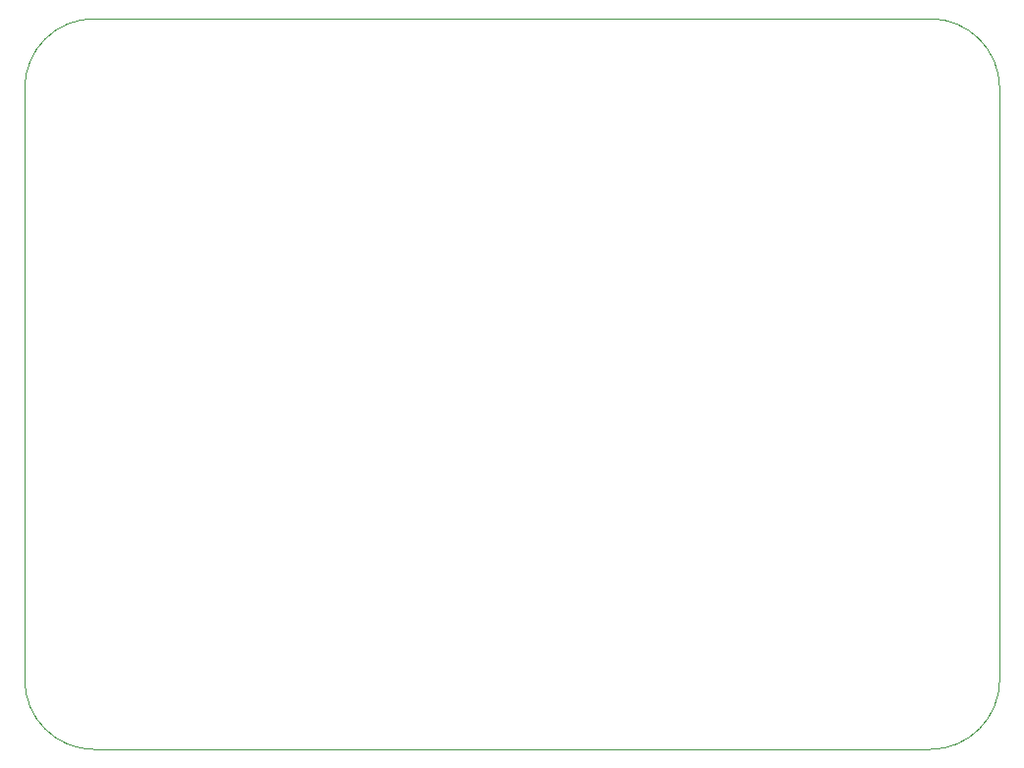
<source format=gbr>
%TF.GenerationSoftware,KiCad,Pcbnew,(5.1.4)-1*%
%TF.CreationDate,2020-08-23T14:24:33+08:00*%
%TF.ProjectId,Integrated-Control-Board-RevA,496e7465-6772-4617-9465-642d436f6e74,rev?*%
%TF.SameCoordinates,Original*%
%TF.FileFunction,Profile,NP*%
%FSLAX46Y46*%
G04 Gerber Fmt 4.6, Leading zero omitted, Abs format (unit mm)*
G04 Created by KiCad (PCBNEW (5.1.4)-1) date 2020-08-23 14:24:33*
%MOMM*%
%LPD*%
G04 APERTURE LIST*
%ADD10C,0.050000*%
G04 APERTURE END LIST*
D10*
X181000000Y-69000000D02*
X174000000Y-69000000D01*
X223500000Y-69000000D02*
X223000000Y-69000000D01*
X230000000Y-69000000D02*
X223500000Y-69000000D01*
X223000000Y-132000000D02*
X230000000Y-132000000D01*
X174000000Y-132000000D02*
X181000000Y-132000000D01*
X244000000Y-126000000D02*
X244000000Y-75000000D01*
X244000000Y-126000000D02*
G75*
G02X238000000Y-132000000I-6000000J0D01*
G01*
X238000000Y-69000000D02*
G75*
G02X244000000Y-75000000I0J-6000000D01*
G01*
X166000000Y-132000000D02*
G75*
G02X160000000Y-126000000I0J6000000D01*
G01*
X160000000Y-75000000D02*
G75*
G02X166000000Y-69000000I6000000J0D01*
G01*
X174000000Y-132000000D02*
X166000000Y-132000000D01*
X223000000Y-132000000D02*
X181000000Y-132000000D01*
X238000000Y-132000000D02*
X230000000Y-132000000D01*
X230000000Y-69000000D02*
X238000000Y-69000000D01*
X181000000Y-69000000D02*
X223000000Y-69000000D01*
X166000000Y-69000000D02*
X174000000Y-69000000D01*
X160000000Y-75000000D02*
X160000000Y-126000000D01*
M02*

</source>
